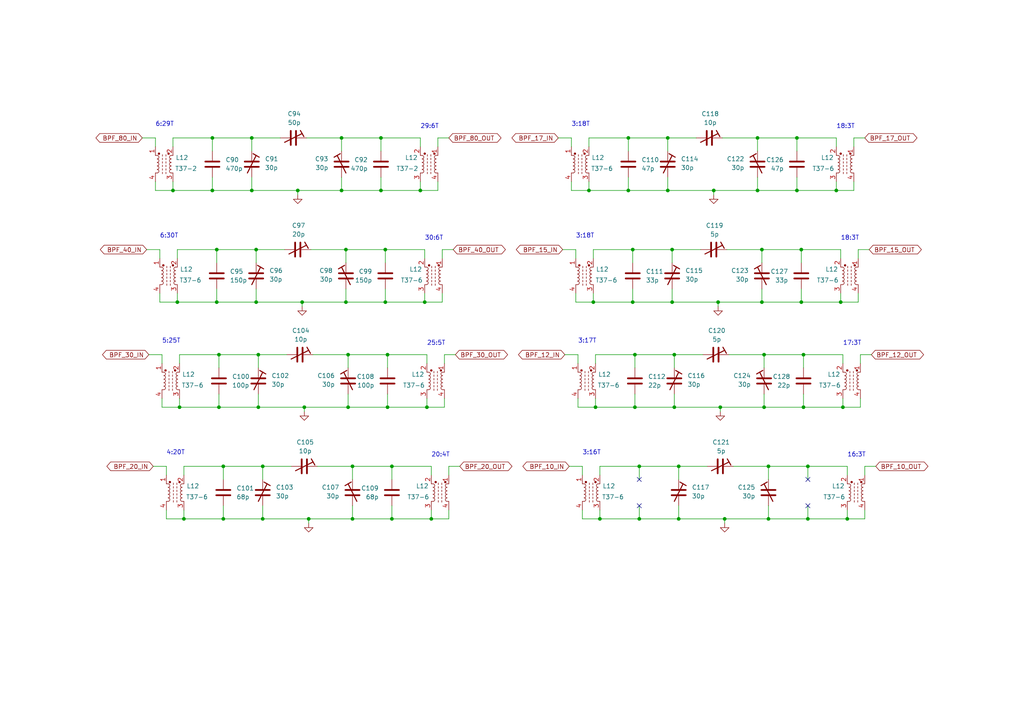
<source format=kicad_sch>
(kicad_sch (version 20230121) (generator eeschema)
  (paper "A4")
  (lib_symbols
    (symbol "Device:C" (pin_numbers hide) (pin_names (offset 0.254))
      (property "Reference" "C" (at 0.635 2.54 0))
      (property "Value" "C" (at 0.635 -2.54 0))
      (symbol "C_0_1"
        (polyline (pts (xy -2.032 -0.762) (xy 2.032 -0.762)) (stroke (width 0.508)))
        (polyline (pts (xy -2.032 0.762) (xy 2.032 0.762)) (stroke (width 0.508)))
      )
      (symbol "C_1_1"
        (pin passive line (at 0 3.81 270) (length 2.794) (name "~") (number "1"))
        (pin passive line (at 0 -3.81 90) (length 2.794) (name "~") (number "2"))
      )
    )
    (symbol "Device:C_Trim" (pin_numbers hide) (pin_names (offset 0.254) hide)
      (property "Reference" "C" (at 1.524 -2.032 0))
      (property "Value" "C_Trim" (at 3.048 -3.556 0))
      (symbol "C_Trim_0_1"
        (polyline (pts (xy -2.032 -0.762) (xy 2.032 -0.762)) (stroke (width 0.508)))
        (polyline (pts (xy -2.032 0.762) (xy 2.032 0.762)) (stroke (width 0.508)))
        (polyline (pts (xy 1.27 2.54) (xy -1.27 -2.54)) (stroke (width 0.3048)))
        (polyline (pts (xy 1.27 2.54) (xy 0.381 3.048)) (stroke (width 0.3048)))
        (polyline (pts (xy 1.27 2.54) (xy 2.159 2.032)) (stroke (width 0.3048)))
      )
      (symbol "C_Trim_1_1"
        (pin passive line (at 0 3.81 270) (length 3.048) (name "~") (number "1"))
        (pin passive line (at 0 -3.81 90) (length 3.048) (name "~") (number "2"))
      )
    )
    (symbol "Device:L_Ferrite_Coupled_1423" (pin_names (offset 0.254) hide)
      (property "Reference" "L" (at 0 4.445 0))
      (property "Value" "L_Ferrite_Coupled_1423" (at 0 -4.445 0))
      (symbol "L_Ferrite_Coupled_1423_0_1"
        (circle (center -3.048 -1.27) (radius 0.254) (fill (type outline)))
        (circle (center -3.048 1.524) (radius 0.254) (fill (type outline)))
        (arc (start -2.54 2.032) (mid -2.032 1.5262) (end -1.524 2.032))
        (arc (start -1.524 -2.032) (mid -2.032 -1.5262) (end -2.54 -2.032))
        (arc (start -1.524 2.032) (mid -1.016 1.5262) (end -0.508 2.032))
        (arc (start -0.508 -2.032) (mid -1.016 -1.5262) (end -1.524 -2.032))
        (arc (start -0.508 2.032) (mid 0 1.5262) (end 0.508 2.032))
        (polyline (pts (xy -2.794 -0.508) (xy -2.286 -0.508)))
        (polyline (pts (xy -2.794 0.508) (xy -2.286 0.508)))
        (polyline (pts (xy -2.54 -2.032) (xy -2.54 -2.54)))
        (polyline (pts (xy -2.54 2.032) (xy -2.54 2.54)))
        (polyline (pts (xy -1.778 -0.508) (xy -1.27 -0.508)))
        (polyline (pts (xy -1.778 0.508) (xy -1.27 0.508)))
        (polyline (pts (xy -0.762 -0.508) (xy -0.254 -0.508)))
        (polyline (pts (xy -0.762 0.508) (xy -0.254 0.508)))
        (polyline (pts (xy 0.254 -0.508) (xy 0.762 -0.508)))
        (polyline (pts (xy 0.254 0.508) (xy 0.762 0.508)))
        (polyline (pts (xy 1.27 -0.508) (xy 1.778 -0.508)))
        (polyline (pts (xy 1.27 0.508) (xy 1.778 0.508)))
        (polyline (pts (xy 2.286 -0.508) (xy 2.794 -0.508)))
        (polyline (pts (xy 2.286 0.508) (xy 2.794 0.508)))
        (polyline (pts (xy 2.54 -2.032) (xy 2.54 -2.54)))
        (polyline (pts (xy 2.54 2.54) (xy 2.54 2.032)))
        (arc (start 0.508 -2.032) (mid 0 -1.5262) (end -0.508 -2.032))
        (arc (start 0.508 2.032) (mid 1.016 1.5262) (end 1.524 2.032))
        (arc (start 1.524 -2.032) (mid 1.016 -1.5262) (end 0.508 -2.032))
        (arc (start 1.524 2.032) (mid 2.032 1.5262) (end 2.54 2.032))
        (arc (start 2.54 -2.032) (mid 2.032 -1.5262) (end 1.524 -2.032))
      )
      (symbol "L_Ferrite_Coupled_1423_1_1"
        (pin passive line (at -5.08 2.54 0) (length 2.54) (name "1") (number "1"))
        (pin passive line (at -5.08 -2.54 0) (length 2.54) (name "2") (number "2"))
        (pin passive line (at 5.08 -2.54 180) (length 2.54) (name "3") (number "3"))
        (pin passive line (at 5.08 2.54 180) (length 2.54) (name "4") (number "4"))
      )
    )
    (symbol "power:GND" (power) (pin_names (offset 0))
      (property "Value" "GND" (at 0 -3.81 0))
      (symbol "GND_0_1"
        (polyline (pts (xy 0 0) (xy 0 -1.27) (xy 1.27 -1.27) (xy 0 -2.54) (xy -1.27 -1.27) (xy 0 -1.27)))
      )
      (symbol "GND_1_1"
        (pin power_in line (at 0 0 270) (length 0) hide (name "GND") (number "1"))
      )
    )
  )
  (junction (at 100.965 118.11))
  (junction (at 182.245 55.245))
  (junction (at 100.33 72.39))
  (junction (at 64.77 150.495))
  (junction (at 220.98 72.39))
  (junction (at 89.535 150.495))
  (junction (at 112.395 118.11))
  (junction (at 113.665 135.255))
  (junction (at 62.865 72.39))
  (junction (at 208.28 87.63))
  (junction (at 172.085 87.63))
  (junction (at 86.36 55.245))
  (junction (at 221.615 102.87))
  (junction (at 51.435 87.63))
  (junction (at 74.295 87.63))
  (junction (at 222.885 150.495))
  (junction (at 195.58 102.87))
  (junction (at 234.315 135.255))
  (junction (at 243.84 87.63))
  (junction (at 233.045 118.11))
  (junction (at 222.885 135.255))
  (junction (at 112.395 102.87))
  (junction (at 219.71 40.005))
  (junction (at 185.42 150.495))
  (junction (at 100.33 87.63))
  (junction (at 182.245 40.005))
  (junction (at 208.915 118.11))
  (junction (at 244.475 118.11))
  (junction (at 231.14 40.005))
  (junction (at 88.265 118.11))
  (junction (at 74.295 72.39))
  (junction (at 125.095 150.495))
  (junction (at 193.675 55.245))
  (junction (at 194.945 72.39))
  (junction (at 221.615 118.11))
  (junction (at 231.14 55.245))
  (junction (at 234.315 150.495))
  (junction (at 53.34 150.495))
  (junction (at 87.63 87.63))
  (junction (at 76.2 135.255))
  (junction (at 193.675 40.005))
  (junction (at 196.85 150.495))
  (junction (at 64.77 135.255))
  (junction (at 62.865 87.63))
  (junction (at 242.57 55.245))
  (junction (at 233.045 102.87))
  (junction (at 113.665 150.495))
  (junction (at 73.025 40.005))
  (junction (at 121.92 55.245))
  (junction (at 172.72 118.11))
  (junction (at 61.595 55.245))
  (junction (at 52.07 118.11))
  (junction (at 183.515 87.63))
  (junction (at 184.15 118.11))
  (junction (at 76.2 150.495))
  (junction (at 74.93 102.87))
  (junction (at 110.49 40.005))
  (junction (at 194.945 87.63))
  (junction (at 173.99 150.495))
  (junction (at 61.595 40.005))
  (junction (at 195.58 118.11))
  (junction (at 196.85 135.255))
  (junction (at 207.01 55.245))
  (junction (at 102.235 135.255))
  (junction (at 232.41 87.63))
  (junction (at 74.93 118.11))
  (junction (at 63.5 102.87))
  (junction (at 73.025 55.245))
  (junction (at 184.15 102.87))
  (junction (at 50.165 55.245))
  (junction (at 100.965 102.87))
  (junction (at 170.815 55.245))
  (junction (at 111.76 72.39))
  (junction (at 110.49 55.245))
  (junction (at 99.06 40.005))
  (junction (at 210.185 150.495))
  (junction (at 123.825 118.11))
  (junction (at 111.76 87.63))
  (junction (at 123.19 87.63))
  (junction (at 102.235 150.495))
  (junction (at 183.515 72.39))
  (junction (at 185.42 135.255))
  (junction (at 63.5 118.11))
  (junction (at 220.98 87.63))
  (junction (at 245.745 150.495))
  (junction (at 219.71 55.245))
  (junction (at 232.41 72.39))
  (junction (at 99.06 55.245))
  (no_connect (at 234.315 139.065))
  (no_connect (at 185.42 139.065))
  (no_connect (at 185.42 146.685))
  (no_connect (at 234.315 146.685))
  (wire (pts (xy 183.515 83.82) (xy 183.515 87.63)))
  (wire (pts (xy 64.77 146.685) (xy 64.77 150.495)))
  (wire (pts (xy 53.34 135.255) (xy 64.77 135.255)))
  (wire (pts (xy 233.045 114.3) (xy 233.045 118.11)))
  (wire (pts (xy 99.06 40.005) (xy 99.06 43.815)))
  (wire (pts (xy 121.92 40.005) (xy 121.92 42.545)))
  (wire (pts (xy 127 42.545) (xy 127 40.005)))
  (wire (pts (xy 220.98 83.82) (xy 220.98 87.63)))
  (wire (pts (xy 222.885 150.495) (xy 234.315 150.495)))
  (wire (pts (xy 161.925 40.005) (xy 165.735 40.005)))
  (wire (pts (xy 210.82 72.39) (xy 220.98 72.39)))
  (wire (pts (xy 183.515 87.63) (xy 194.945 87.63)))
  (wire (pts (xy 219.71 51.435) (xy 219.71 55.245)))
  (wire (pts (xy 220.98 72.39) (xy 220.98 76.2)))
  (wire (pts (xy 51.435 87.63) (xy 62.865 87.63)))
  (wire (pts (xy 73.025 51.435) (xy 73.025 55.245)))
  (wire (pts (xy 250.825 137.795) (xy 250.825 135.255)))
  (wire (pts (xy 46.99 102.87) (xy 46.99 105.41)))
  (wire (pts (xy 46.355 87.63) (xy 46.355 85.09)))
  (wire (pts (xy 234.315 146.685) (xy 234.315 150.495)))
  (wire (pts (xy 48.26 135.255) (xy 48.26 137.795)))
  (wire (pts (xy 195.58 102.87) (xy 203.835 102.87)))
  (wire (pts (xy 50.165 55.245) (xy 45.085 55.245)))
  (wire (pts (xy 165.735 55.245) (xy 165.735 52.705)))
  (wire (pts (xy 50.165 40.005) (xy 61.595 40.005)))
  (wire (pts (xy 128.905 105.41) (xy 128.905 102.87)))
  (wire (pts (xy 168.91 135.255) (xy 168.91 137.795)))
  (wire (pts (xy 41.275 40.005) (xy 45.085 40.005)))
  (wire (pts (xy 74.93 102.87) (xy 83.185 102.87)))
  (wire (pts (xy 61.595 51.435) (xy 61.595 55.245)))
  (wire (pts (xy 207.01 55.245) (xy 207.01 56.515)))
  (wire (pts (xy 196.85 150.495) (xy 210.185 150.495)))
  (wire (pts (xy 110.49 40.005) (xy 110.49 43.815)))
  (wire (pts (xy 247.65 42.545) (xy 247.65 40.005)))
  (wire (pts (xy 232.41 87.63) (xy 243.84 87.63)))
  (wire (pts (xy 249.555 105.41) (xy 249.555 102.87)))
  (wire (pts (xy 44.45 135.255) (xy 48.26 135.255)))
  (wire (pts (xy 63.5 102.87) (xy 74.93 102.87)))
  (wire (pts (xy 102.235 135.255) (xy 102.235 139.065)))
  (wire (pts (xy 46.355 72.39) (xy 46.355 74.93)))
  (wire (pts (xy 245.745 150.495) (xy 250.825 150.495)))
  (wire (pts (xy 121.92 55.245) (xy 127 55.245)))
  (wire (pts (xy 195.58 102.87) (xy 195.58 106.68)))
  (wire (pts (xy 62.865 72.39) (xy 62.865 76.2)))
  (wire (pts (xy 194.945 72.39) (xy 194.945 76.2)))
  (wire (pts (xy 52.07 105.41) (xy 52.07 102.87)))
  (wire (pts (xy 123.19 72.39) (xy 123.19 74.93)))
  (wire (pts (xy 172.72 105.41) (xy 172.72 102.87)))
  (wire (pts (xy 183.515 72.39) (xy 183.515 76.2)))
  (wire (pts (xy 125.095 150.495) (xy 130.175 150.495)))
  (wire (pts (xy 87.63 87.63) (xy 87.63 88.9)))
  (wire (pts (xy 111.76 72.39) (xy 111.76 76.2)))
  (wire (pts (xy 125.095 135.255) (xy 125.095 137.795)))
  (wire (pts (xy 208.915 118.11) (xy 221.615 118.11)))
  (wire (pts (xy 163.195 72.39) (xy 167.005 72.39)))
  (wire (pts (xy 220.98 72.39) (xy 232.41 72.39)))
  (wire (pts (xy 63.5 102.87) (xy 63.5 106.68)))
  (wire (pts (xy 112.395 118.11) (xy 123.825 118.11)))
  (wire (pts (xy 210.185 150.495) (xy 222.885 150.495)))
  (wire (pts (xy 88.9 40.005) (xy 99.06 40.005)))
  (wire (pts (xy 244.475 118.11) (xy 244.475 115.57)))
  (wire (pts (xy 184.15 102.87) (xy 195.58 102.87)))
  (wire (pts (xy 43.18 102.87) (xy 46.99 102.87)))
  (wire (pts (xy 53.34 150.495) (xy 48.26 150.495)))
  (wire (pts (xy 52.07 102.87) (xy 63.5 102.87)))
  (wire (pts (xy 242.57 40.005) (xy 242.57 42.545)))
  (wire (pts (xy 62.865 87.63) (xy 74.295 87.63)))
  (wire (pts (xy 62.865 83.82) (xy 62.865 87.63)))
  (wire (pts (xy 243.84 87.63) (xy 243.84 85.09)))
  (wire (pts (xy 220.98 87.63) (xy 232.41 87.63)))
  (wire (pts (xy 128.905 118.11) (xy 128.905 115.57)))
  (wire (pts (xy 62.865 72.39) (xy 74.295 72.39)))
  (wire (pts (xy 123.825 102.87) (xy 123.825 105.41)))
  (wire (pts (xy 250.825 150.495) (xy 250.825 147.955)))
  (wire (pts (xy 172.085 85.09) (xy 172.085 87.63)))
  (wire (pts (xy 233.045 118.11) (xy 244.475 118.11)))
  (wire (pts (xy 193.675 40.005) (xy 193.675 43.815)))
  (wire (pts (xy 208.28 87.63) (xy 220.98 87.63)))
  (wire (pts (xy 51.435 74.93) (xy 51.435 72.39)))
  (wire (pts (xy 113.665 150.495) (xy 125.095 150.495)))
  (wire (pts (xy 123.19 87.63) (xy 123.19 85.09)))
  (wire (pts (xy 231.14 40.005) (xy 231.14 43.815)))
  (wire (pts (xy 74.295 72.39) (xy 82.55 72.39)))
  (wire (pts (xy 50.165 55.245) (xy 61.595 55.245)))
  (wire (pts (xy 185.42 146.685) (xy 185.42 150.495)))
  (wire (pts (xy 74.93 118.11) (xy 88.265 118.11)))
  (wire (pts (xy 42.545 72.39) (xy 46.355 72.39)))
  (wire (pts (xy 182.245 51.435) (xy 182.245 55.245)))
  (wire (pts (xy 196.85 146.685) (xy 196.85 150.495)))
  (wire (pts (xy 89.535 150.495) (xy 89.535 151.765)))
  (wire (pts (xy 172.085 72.39) (xy 183.515 72.39)))
  (wire (pts (xy 193.675 51.435) (xy 193.675 55.245)))
  (wire (pts (xy 76.2 135.255) (xy 84.455 135.255)))
  (wire (pts (xy 87.63 87.63) (xy 100.33 87.63)))
  (wire (pts (xy 219.71 40.005) (xy 231.14 40.005)))
  (wire (pts (xy 121.92 55.245) (xy 121.92 52.705)))
  (wire (pts (xy 247.65 40.005) (xy 250.825 40.005)))
  (wire (pts (xy 51.435 72.39) (xy 62.865 72.39)))
  (wire (pts (xy 233.045 102.87) (xy 233.045 106.68)))
  (wire (pts (xy 234.315 135.255) (xy 245.745 135.255)))
  (wire (pts (xy 184.15 102.87) (xy 184.15 106.68)))
  (wire (pts (xy 167.005 87.63) (xy 167.005 85.09)))
  (wire (pts (xy 242.57 55.245) (xy 247.65 55.245)))
  (wire (pts (xy 52.07 118.11) (xy 46.99 118.11)))
  (wire (pts (xy 86.36 55.245) (xy 99.06 55.245)))
  (wire (pts (xy 61.595 55.245) (xy 73.025 55.245)))
  (wire (pts (xy 232.41 72.39) (xy 232.41 76.2)))
  (wire (pts (xy 185.42 135.255) (xy 185.42 139.065)))
  (wire (pts (xy 221.615 102.87) (xy 221.615 106.68)))
  (wire (pts (xy 184.15 118.11) (xy 195.58 118.11)))
  (wire (pts (xy 194.945 87.63) (xy 208.28 87.63)))
  (wire (pts (xy 249.555 118.11) (xy 249.555 115.57)))
  (wire (pts (xy 100.33 72.39) (xy 100.33 76.2)))
  (wire (pts (xy 100.33 83.82) (xy 100.33 87.63)))
  (wire (pts (xy 167.005 72.39) (xy 167.005 74.93)))
  (wire (pts (xy 53.34 137.795) (xy 53.34 135.255)))
  (wire (pts (xy 127 40.005) (xy 130.175 40.005)))
  (wire (pts (xy 100.33 87.63) (xy 111.76 87.63)))
  (wire (pts (xy 172.72 115.57) (xy 172.72 118.11)))
  (wire (pts (xy 74.295 72.39) (xy 74.295 76.2)))
  (wire (pts (xy 221.615 114.3) (xy 221.615 118.11)))
  (wire (pts (xy 212.725 135.255) (xy 222.885 135.255)))
  (wire (pts (xy 243.84 87.63) (xy 248.92 87.63)))
  (wire (pts (xy 185.42 135.255) (xy 196.85 135.255)))
  (wire (pts (xy 182.245 40.005) (xy 182.245 43.815)))
  (wire (pts (xy 88.265 118.11) (xy 88.265 119.38)))
  (wire (pts (xy 232.41 72.39) (xy 243.84 72.39)))
  (wire (pts (xy 195.58 114.3) (xy 195.58 118.11)))
  (wire (pts (xy 130.175 135.255) (xy 133.35 135.255)))
  (wire (pts (xy 243.84 72.39) (xy 243.84 74.93)))
  (wire (pts (xy 51.435 87.63) (xy 46.355 87.63)))
  (wire (pts (xy 248.92 72.39) (xy 252.095 72.39)))
  (wire (pts (xy 172.72 118.11) (xy 167.64 118.11)))
  (wire (pts (xy 234.315 150.495) (xy 245.745 150.495)))
  (wire (pts (xy 99.06 40.005) (xy 110.49 40.005)))
  (wire (pts (xy 173.99 150.495) (xy 185.42 150.495)))
  (wire (pts (xy 194.945 72.39) (xy 203.2 72.39)))
  (wire (pts (xy 242.57 55.245) (xy 242.57 52.705)))
  (wire (pts (xy 208.915 118.11) (xy 208.915 119.38)))
  (wire (pts (xy 112.395 114.3) (xy 112.395 118.11)))
  (wire (pts (xy 74.93 114.3) (xy 74.93 118.11)))
  (wire (pts (xy 163.83 102.87) (xy 167.64 102.87)))
  (wire (pts (xy 100.965 114.3) (xy 100.965 118.11)))
  (wire (pts (xy 73.025 40.005) (xy 73.025 43.815)))
  (wire (pts (xy 231.14 51.435) (xy 231.14 55.245)))
  (wire (pts (xy 250.825 135.255) (xy 254 135.255)))
  (wire (pts (xy 128.905 102.87) (xy 132.08 102.87)))
  (wire (pts (xy 90.805 102.87) (xy 100.965 102.87)))
  (wire (pts (xy 123.19 87.63) (xy 128.27 87.63)))
  (wire (pts (xy 244.475 118.11) (xy 249.555 118.11)))
  (wire (pts (xy 128.27 87.63) (xy 128.27 85.09)))
  (wire (pts (xy 113.665 135.255) (xy 125.095 135.255)))
  (wire (pts (xy 219.71 55.245) (xy 231.14 55.245)))
  (wire (pts (xy 52.07 115.57) (xy 52.07 118.11)))
  (wire (pts (xy 100.965 102.87) (xy 112.395 102.87)))
  (wire (pts (xy 61.595 40.005) (xy 61.595 43.815)))
  (wire (pts (xy 110.49 40.005) (xy 121.92 40.005)))
  (wire (pts (xy 50.165 52.705) (xy 50.165 55.245)))
  (wire (pts (xy 89.535 150.495) (xy 102.235 150.495)))
  (wire (pts (xy 231.14 55.245) (xy 242.57 55.245)))
  (wire (pts (xy 221.615 102.87) (xy 233.045 102.87)))
  (wire (pts (xy 209.55 40.005) (xy 219.71 40.005)))
  (wire (pts (xy 222.885 135.255) (xy 222.885 139.065)))
  (wire (pts (xy 113.665 135.255) (xy 113.665 139.065)))
  (wire (pts (xy 245.745 150.495) (xy 245.745 147.955)))
  (wire (pts (xy 73.025 55.245) (xy 86.36 55.245)))
  (wire (pts (xy 110.49 55.245) (xy 121.92 55.245)))
  (wire (pts (xy 170.815 42.545) (xy 170.815 40.005)))
  (wire (pts (xy 64.77 150.495) (xy 76.2 150.495)))
  (wire (pts (xy 64.77 135.255) (xy 76.2 135.255)))
  (wire (pts (xy 193.675 55.245) (xy 207.01 55.245)))
  (wire (pts (xy 182.245 55.245) (xy 193.675 55.245)))
  (wire (pts (xy 102.235 150.495) (xy 113.665 150.495)))
  (wire (pts (xy 219.71 40.005) (xy 219.71 43.815)))
  (wire (pts (xy 173.99 147.955) (xy 173.99 150.495)))
  (wire (pts (xy 231.14 40.005) (xy 242.57 40.005)))
  (wire (pts (xy 128.27 74.93) (xy 128.27 72.39)))
  (wire (pts (xy 170.815 52.705) (xy 170.815 55.245)))
  (wire (pts (xy 63.5 118.11) (xy 74.93 118.11)))
  (wire (pts (xy 208.28 87.63) (xy 208.28 88.9)))
  (wire (pts (xy 211.455 102.87) (xy 221.615 102.87)))
  (wire (pts (xy 86.36 55.245) (xy 86.36 56.515)))
  (wire (pts (xy 123.825 118.11) (xy 123.825 115.57)))
  (wire (pts (xy 127 55.245) (xy 127 52.705)))
  (wire (pts (xy 51.435 85.09) (xy 51.435 87.63)))
  (wire (pts (xy 99.06 51.435) (xy 99.06 55.245)))
  (wire (pts (xy 183.515 72.39) (xy 194.945 72.39)))
  (wire (pts (xy 170.815 40.005) (xy 182.245 40.005)))
  (wire (pts (xy 76.2 135.255) (xy 76.2 139.065)))
  (wire (pts (xy 170.815 55.245) (xy 165.735 55.245)))
  (wire (pts (xy 248.92 74.93) (xy 248.92 72.39)))
  (wire (pts (xy 112.395 102.87) (xy 123.825 102.87)))
  (wire (pts (xy 53.34 147.955) (xy 53.34 150.495)))
  (wire (pts (xy 195.58 118.11) (xy 208.915 118.11)))
  (wire (pts (xy 168.91 150.495) (xy 168.91 147.955)))
  (wire (pts (xy 64.77 135.255) (xy 64.77 139.065)))
  (wire (pts (xy 222.885 135.255) (xy 234.315 135.255)))
  (wire (pts (xy 111.76 72.39) (xy 123.19 72.39)))
  (wire (pts (xy 50.165 42.545) (xy 50.165 40.005)))
  (wire (pts (xy 165.735 40.005) (xy 165.735 42.545)))
  (wire (pts (xy 173.99 150.495) (xy 168.91 150.495)))
  (wire (pts (xy 45.085 40.005) (xy 45.085 42.545)))
  (wire (pts (xy 193.675 40.005) (xy 201.93 40.005)))
  (wire (pts (xy 90.17 72.39) (xy 100.33 72.39)))
  (wire (pts (xy 100.965 102.87) (xy 100.965 106.68)))
  (wire (pts (xy 100.965 118.11) (xy 112.395 118.11)))
  (wire (pts (xy 248.92 87.63) (xy 248.92 85.09)))
  (wire (pts (xy 74.93 102.87) (xy 74.93 106.68)))
  (wire (pts (xy 173.99 135.255) (xy 185.42 135.255)))
  (wire (pts (xy 111.76 87.63) (xy 123.19 87.63)))
  (wire (pts (xy 247.65 55.245) (xy 247.65 52.705)))
  (wire (pts (xy 125.095 150.495) (xy 125.095 147.955)))
  (wire (pts (xy 102.235 135.255) (xy 113.665 135.255)))
  (wire (pts (xy 100.33 72.39) (xy 111.76 72.39)))
  (wire (pts (xy 182.245 40.005) (xy 193.675 40.005)))
  (wire (pts (xy 92.075 135.255) (xy 102.235 135.255)))
  (wire (pts (xy 76.2 150.495) (xy 89.535 150.495)))
  (wire (pts (xy 207.01 55.245) (xy 219.71 55.245)))
  (wire (pts (xy 185.42 150.495) (xy 196.85 150.495)))
  (wire (pts (xy 221.615 118.11) (xy 233.045 118.11)))
  (wire (pts (xy 128.27 72.39) (xy 131.445 72.39)))
  (wire (pts (xy 102.235 146.685) (xy 102.235 150.495)))
  (wire (pts (xy 123.825 118.11) (xy 128.905 118.11)))
  (wire (pts (xy 196.85 135.255) (xy 205.105 135.255)))
  (wire (pts (xy 74.295 83.82) (xy 74.295 87.63)))
  (wire (pts (xy 172.72 118.11) (xy 184.15 118.11)))
  (wire (pts (xy 46.99 118.11) (xy 46.99 115.57)))
  (wire (pts (xy 172.085 87.63) (xy 183.515 87.63)))
  (wire (pts (xy 52.07 118.11) (xy 63.5 118.11)))
  (wire (pts (xy 167.64 118.11) (xy 167.64 115.57)))
  (wire (pts (xy 232.41 83.82) (xy 232.41 87.63)))
  (wire (pts (xy 130.175 137.795) (xy 130.175 135.255)))
  (wire (pts (xy 63.5 114.3) (xy 63.5 118.11)))
  (wire (pts (xy 99.06 55.245) (xy 110.49 55.245)))
  (wire (pts (xy 110.49 51.435) (xy 110.49 55.245)))
  (wire (pts (xy 113.665 146.685) (xy 113.665 150.495)))
  (wire (pts (xy 173.99 137.795) (xy 173.99 135.255)))
  (wire (pts (xy 170.815 55.245) (xy 182.245 55.245)))
  (wire (pts (xy 88.265 118.11) (xy 100.965 118.11)))
  (wire (pts (xy 245.745 135.255) (xy 245.745 137.795)))
  (wire (pts (xy 244.475 102.87) (xy 244.475 105.41)))
  (wire (pts (xy 172.085 74.93) (xy 172.085 72.39)))
  (wire (pts (xy 234.315 135.255) (xy 234.315 139.065)))
  (wire (pts (xy 172.72 102.87) (xy 184.15 102.87)))
  (wire (pts (xy 111.76 83.82) (xy 111.76 87.63)))
  (wire (pts (xy 184.15 114.3) (xy 184.15 118.11)))
  (wire (pts (xy 112.395 102.87) (xy 112.395 106.68)))
  (wire (pts (xy 74.295 87.63) (xy 87.63 87.63)))
  (wire (pts (xy 233.045 102.87) (xy 244.475 102.87)))
  (wire (pts (xy 194.945 83.82) (xy 194.945 87.63)))
  (wire (pts (xy 61.595 40.005) (xy 73.025 40.005)))
  (wire (pts (xy 73.025 40.005) (xy 81.28 40.005)))
  (wire (pts (xy 249.555 102.87) (xy 252.73 102.87)))
  (wire (pts (xy 167.64 102.87) (xy 167.64 105.41)))
  (wire (pts (xy 45.085 55.245) (xy 45.085 52.705)))
  (wire (pts (xy 53.34 150.495) (xy 64.77 150.495)))
  (wire (pts (xy 172.085 87.63) (xy 167.005 87.63)))
  (wire (pts (xy 210.185 150.495) (xy 210.185 151.765)))
  (wire (pts (xy 165.1 135.255) (xy 168.91 135.255)))
  (wire (pts (xy 222.885 146.685) (xy 222.885 150.495)))
  (wire (pts (xy 76.2 146.685) (xy 76.2 150.495)))
  (wire (pts (xy 48.26 150.495) (xy 48.26 147.955)))
  (wire (pts (xy 196.85 135.255) (xy 196.85 139.065)))
  (wire (pts (xy 130.175 150.495) (xy 130.175 147.955)))
  (text "18:3T" (at 243.84 69.85 0) (effects (font (size 1.27 1.27)) (justify left bottom)))
  (text "3:18T" (at 167.005 69.215 0) (effects (font (size 1.27 1.27)) (justify left bottom)))
  (text "6:29T" (at 45.085 36.83 0) (effects (font (size 1.27 1.27)) (justify left bottom)))
  (text "5:25T" (at 46.99 99.695 0) (effects (font (size 1.27 1.27)) (justify left bottom)))
  (text "3:16T" (at 168.91 132.08 0) (effects (font (size 1.27 1.27)) (justify left bottom)))
  (text "4:20T" (at 48.26 132.08 0) (effects (font (size 1.27 1.27)) (justify left bottom)))
  (text "29:6T" (at 121.92 37.465 0) (effects (font (size 1.27 1.27)) (justify left bottom)))
  (text "16:3T" (at 245.745 132.715 0) (effects (font (size 1.27 1.27)) (justify left bottom)))
  (text "20:4T" (at 125.095 132.715 0) (effects (font (size 1.27 1.27)) (justify left bottom)))
  (text "3:18T" (at 165.735 36.83 0) (effects (font (size 1.27 1.27)) (justify left bottom)))
  (text "6:30T" (at 46.355 69.215 0) (effects (font (size 1.27 1.27)) (justify left bottom)))
  (text "30:6T" (at 123.19 69.85 0) (effects (font (size 1.27 1.27)) (justify left bottom)))
  (text "18:3T" (at 242.57 37.465 0) (effects (font (size 1.27 1.27)) (justify left bottom)))
  (text "17:3T" (at 244.475 100.33 0) (effects (font (size 1.27 1.27)) (justify left bottom)))
  (text "3:17T" (at 167.64 99.695 0) (effects (font (size 1.27 1.27)) (justify left bottom)))
  (text "25:5T" (at 123.825 100.33 0) (effects (font (size 1.27 1.27)) (justify left bottom)))
  (global_label "BPF_20_OUT" (shape bidirectional) (at 133.35 135.255 0) (property "Intersheetrefs" "${INTERSHEET_REFS}" (effects hide)))
  (global_label "BPF_12_IN" (shape bidirectional) (at 163.83 102.87 180) (property "Intersheetrefs" "${INTERSHEET_REFS}" (effects hide)))
  (global_label "BPF_30_IN" (shape bidirectional) (at 43.18 102.87 180) (property "Intersheetrefs" "${INTERSHEET_REFS}" (effects hide)))
  (global_label "BPF_15_IN" (shape bidirectional) (at 163.195 72.39 180) (property "Intersheetrefs" "${INTERSHEET_REFS}" (effects hide)))
  (global_label "BPF_15_OUT" (shape bidirectional) (at 252.095 72.39 0) (property "Intersheetrefs" "${INTERSHEET_REFS}" (effects hide)))
  (global_label "BPF_20_IN" (shape bidirectional) (at 44.45 135.255 180) (property "Intersheetrefs" "${INTERSHEET_REFS}" (effects hide)))
  (global_label "BPF_10_OUT" (shape bidirectional) (at 254 135.255 0) (property "Intersheetrefs" "${INTERSHEET_REFS}" (effects hide)))
  (global_label "BPF_10_IN" (shape bidirectional) (at 165.1 135.255 180) (property "Intersheetrefs" "${INTERSHEET_REFS}" (effects hide)))
  (global_label "BPF_80_IN" (shape bidirectional) (at 41.275 40.005 180) (property "Intersheetrefs" "${INTERSHEET_REFS}" (effects hide)))
  (global_label "BPF_17_IN" (shape bidirectional) (at 161.925 40.005 180) (property "Intersheetrefs" "${INTERSHEET_REFS}" (effects hide)))
  (global_label "BPF_12_OUT" (shape bidirectional) (at 252.73 102.87 0) (property "Intersheetrefs" "${INTERSHEET_REFS}" (effects hide)))
  (global_label "BPF_40_OUT" (shape bidirectional) (at 131.445 72.39 0) (property "Intersheetrefs" "${INTERSHEET_REFS}" (effects hide)))
  (global_label "BPF_40_IN" (shape bidirectional) (at 42.545 72.39 180) (property "Intersheetrefs" "${INTERSHEET_REFS}" (effects hide)))
  (global_label "BPF_17_OUT" (shape bidirectional) (at 250.825 40.005 0) (property "Intersheetrefs" "${INTERSHEET_REFS}" (effects hide)))
  (global_label "BPF_30_OUT" (shape bidirectional) (at 132.08 102.87 0) (property "Intersheetrefs" "${INTERSHEET_REFS}" (effects hide)))
  (global_label "BPF_80_OUT" (shape bidirectional) (at 130.175 40.005 0) (property "Intersheetrefs" "${INTERSHEET_REFS}" (effects hide)))
  (symbol (lib_id "Device:L_Ferrite_Coupled_1423") (at 245.11 47.625 270) (unit 1)
    (property "Reference" "L12" (at 238.125 45.72 90) (effects (justify left)))
    (property "Value" "T37-6" (at 235.585 48.895 90) (effects (justify left)))
    (instances (project "hbr-mk2" (path "" (reference "L12") (unit 1)) (path "" (reference "L14") (unit 1)) (path "" (reference "L16") (unit 1)) (path "" (reference "L28") (unit 1))))
  )
  (symbol (lib_id "Device:C_Trim") (at 100.33 80.01 0) (mirror y) (unit 1)
    (property "Reference" "C98" (at 96.52 78.486 0) (effects (justify left)))
    (property "Value" "30p" (at 96.52 81.026 0) (effects (justify left)))
  )
  (symbol (lib_id "Device:L_Ferrite_Coupled_1423") (at 247.015 110.49 270) (unit 1)
    (property "Reference" "L12" (at 240.03 108.585 90) (effects (justify left)))
    (property "Value" "T37-6" (at 237.49 111.76 90) (effects (justify left)))
    (instances (project "hbr-mk2" (path "" (reference "L12") (unit 1)) (path "" (reference "L14") (unit 1)) (path "" (reference "L16") (unit 1)) (path "" (reference "L30") (unit 1))))
  )
  (symbol (lib_id "Device:C") (at 110.49 47.625 0) (mirror y) (unit 1)
    (property "Reference" "C92" (at 106.68 46.355 0) (effects (justify left)))
    (property "Value" "470p" (at 106.68 48.895 0) (effects (justify left)))
  )
  (symbol (lib_id "Device:C") (at 63.5 110.49 0) (unit 1)
    (property "Reference" "C100" (at 67.31 109.22 0) (effects (justify left)))
    (property "Value" "100p" (at 67.31 111.76 0) (effects (justify left)))
  )
  (symbol (lib_id "Device:C") (at 183.515 80.01 0) (unit 1)
    (property "Reference" "C111" (at 187.325 78.74 0) (effects (justify left)))
    (property "Value" "33p" (at 187.325 81.28 0) (effects (justify left)))
  )
  (symbol (lib_id "Device:C_Trim") (at 222.885 142.875 0) (mirror y) (unit 1)
    (property "Reference" "C125" (at 219.075 141.351 0) (effects (justify left)))
    (property "Value" "30p" (at 219.075 143.891 0) (effects (justify left)))
  )
  (symbol (lib_id "Device:L_Ferrite_Coupled_1423") (at 124.46 47.625 270) (unit 1)
    (property "Reference" "L12" (at 117.475 45.72 90) (effects (justify left)))
    (property "Value" "T37-2" (at 114.935 48.895 90) (effects (justify left)))
    (instances (project "hbr-mk2" (path "" (reference "L12") (unit 1)) (path "" (reference "L14") (unit 1)) (path "" (reference "L16") (unit 1)) (path "" (reference "L17") (unit 1))))
  )
  (symbol (lib_id "power:GND") (at 89.535 151.765 0) (unit 1)
    (property "Reference" "#PWR0203" (effects hide))
    (property "Value" "GND" (effects hide))
  )
  (symbol (lib_id "Device:C_Trim") (at 74.295 80.01 0) (unit 1)
    (property "Reference" "C96" (at 78.105 78.486 0) (effects (justify left)))
    (property "Value" "30p" (at 78.105 81.026 0) (effects (justify left)))
  )
  (symbol (lib_id "Device:C") (at 62.865 80.01 0) (unit 1)
    (property "Reference" "C95" (at 66.675 78.74 0) (effects (justify left)))
    (property "Value" "150p" (at 66.675 81.28 0) (effects (justify left)))
  )
  (symbol (lib_id "Device:C_Trim") (at 195.58 110.49 0) (unit 1)
    (property "Reference" "C116" (at 199.39 108.966 0) (effects (justify left)))
    (property "Value" "30p" (at 199.39 111.506 0) (effects (justify left)))
  )
  (symbol (lib_id "Device:C_Trim") (at 205.74 40.005 270) (mirror x) (unit 1)
    (property "Reference" "C118" (at 205.994 33.02 90))
    (property "Value" "10p" (at 205.994 35.56 90))
  )
  (symbol (lib_id "Device:C_Trim") (at 193.675 47.625 0) (unit 1)
    (property "Reference" "C114" (at 197.485 46.101 0) (effects (justify left)))
    (property "Value" "30p" (at 197.485 48.641 0) (effects (justify left)))
  )
  (symbol (lib_id "Device:L_Ferrite_Coupled_1423") (at 170.18 110.49 90) (mirror x) (unit 1)
    (property "Reference" "L12" (at 177.165 108.585 90) (effects (justify left)))
    (property "Value" "T37-6" (at 179.705 111.76 90) (effects (justify left)))
    (instances (project "hbr-mk2" (path "" (reference "L12") (unit 1)) (path "" (reference "L14") (unit 1)) (path "" (reference "L16") (unit 1)) (path "" (reference "L26") (unit 1))))
  )
  (symbol (lib_id "Device:C_Trim") (at 207.645 102.87 270) (mirror x) (unit 1)
    (property "Reference" "C120" (at 207.899 95.885 90))
    (property "Value" "5p" (at 207.899 98.425 90))
  )
  (symbol (lib_id "Device:C_Trim") (at 86.36 72.39 270) (mirror x) (unit 1)
    (property "Reference" "C97" (at 86.614 65.405 90))
    (property "Value" "20p" (at 86.614 67.945 90))
  )
  (symbol (lib_id "power:GND") (at 208.28 88.9 0) (unit 1)
    (property "Reference" "#PWR0205" (effects hide))
    (property "Value" "GND" (effects hide))
  )
  (symbol (lib_id "Device:L_Ferrite_Coupled_1423") (at 246.38 80.01 270) (unit 1)
    (property "Reference" "L12" (at 239.395 78.105 90) (effects (justify left)))
    (property "Value" "T37-6" (at 236.855 81.28 90) (effects (justify left)))
    (instances (project "hbr-mk2" (path "" (reference "L12") (unit 1)) (path "" (reference "L14") (unit 1)) (path "" (reference "L16") (unit 1)) (path "" (reference "L29") (unit 1))))
  )
  (symbol (lib_id "power:GND") (at 207.01 56.515 0) (unit 1)
    (property "Reference" "#PWR0204" (effects hide))
    (property "Value" "GND" (effects hide))
  )
  (symbol (lib_id "Device:L_Ferrite_Coupled_1423") (at 125.73 80.01 270) (unit 1)
    (property "Reference" "L12" (at 118.745 78.105 90) (effects (justify left)))
    (property "Value" "T37-6" (at 116.205 81.28 90) (effects (justify left)))
    (instances (project "hbr-mk2" (path "" (reference "L12") (unit 1)) (path "" (reference "L14") (unit 1)) (path "" (reference "L16") (unit 1)) (path "" (reference "L19") (unit 1))))
  )
  (symbol (lib_id "Device:C_Trim") (at 76.2 142.875 0) (unit 1)
    (property "Reference" "C103" (at 80.01 141.351 0) (effects (justify left)))
    (property "Value" "30p" (at 80.01 143.891 0) (effects (justify left)))
  )
  (symbol (lib_id "Device:C") (at 61.595 47.625 0) (unit 1)
    (property "Reference" "C90" (at 65.405 46.355 0) (effects (justify left)))
    (property "Value" "470p" (at 65.405 48.895 0) (effects (justify left)))
  )
  (symbol (lib_id "Device:C_Trim") (at 99.06 47.625 0) (mirror y) (unit 1)
    (property "Reference" "C93" (at 95.25 46.101 0) (effects (justify left)))
    (property "Value" "30p" (at 95.25 48.641 0) (effects (justify left)))
  )
  (symbol (lib_id "Device:C_Trim") (at 207.01 72.39 270) (mirror x) (unit 1)
    (property "Reference" "C119" (at 207.264 65.405 90))
    (property "Value" "5p" (at 207.264 67.945 90))
  )
  (symbol (lib_id "Device:C") (at 113.665 142.875 0) (mirror y) (unit 1)
    (property "Reference" "C109" (at 109.855 141.605 0) (effects (justify left)))
    (property "Value" "68p" (at 109.855 144.145 0) (effects (justify left)))
  )
  (symbol (lib_id "Device:C") (at 182.245 47.625 0) (unit 1)
    (property "Reference" "C110" (at 186.055 46.355 0) (effects (justify left)))
    (property "Value" "47p" (at 186.055 48.895 0) (effects (justify left)))
  )
  (symbol (lib_id "Device:C") (at 231.14 47.625 0) (mirror y) (unit 1)
    (property "Reference" "C126" (at 227.33 46.355 0) (effects (justify left)))
    (property "Value" "47p" (at 227.33 48.895 0) (effects (justify left)))
  )
  (symbol (lib_id "Device:C_Trim") (at 221.615 110.49 0) (mirror y) (unit 1)
    (property "Reference" "C124" (at 217.805 108.966 0) (effects (justify left)))
    (property "Value" "30p" (at 217.805 111.506 0) (effects (justify left)))
  )
  (symbol (lib_id "Device:C") (at 233.045 110.49 0) (mirror y) (unit 1)
    (property "Reference" "C128" (at 229.235 109.22 0) (effects (justify left)))
    (property "Value" "22p" (at 229.235 111.76 0) (effects (justify left)))
  )
  (symbol (lib_id "Device:C") (at 111.76 80.01 0) (mirror y) (unit 1)
    (property "Reference" "C99" (at 107.95 78.74 0) (effects (justify left)))
    (property "Value" "150p" (at 107.95 81.28 0) (effects (justify left)))
  )
  (symbol (lib_id "power:GND") (at 87.63 88.9 0) (unit 1)
    (property "Reference" "#PWR0201" (effects hide))
    (property "Value" "GND" (effects hide))
  )
  (symbol (lib_id "Device:C_Trim") (at 196.85 142.875 0) (unit 1)
    (property "Reference" "C117" (at 200.66 141.351 0) (effects (justify left)))
    (property "Value" "30p" (at 200.66 143.891 0) (effects (justify left)))
  )
  (symbol (lib_id "Device:C_Trim") (at 219.71 47.625 0) (mirror y) (unit 1)
    (property "Reference" "C122" (at 215.9 46.101 0) (effects (justify left)))
    (property "Value" "30p" (at 215.9 48.641 0) (effects (justify left)))
  )
  (symbol (lib_id "Device:C_Trim") (at 102.235 142.875 0) (mirror y) (unit 1)
    (property "Reference" "C107" (at 98.425 141.351 0) (effects (justify left)))
    (property "Value" "30p" (at 98.425 143.891 0) (effects (justify left)))
  )
  (symbol (lib_id "Device:C_Trim") (at 100.965 110.49 0) (mirror y) (unit 1)
    (property "Reference" "C106" (at 97.155 108.966 0) (effects (justify left)))
    (property "Value" "30p" (at 97.155 111.506 0) (effects (justify left)))
  )
  (symbol (lib_id "Device:L_Ferrite_Coupled_1423") (at 171.45 142.875 90) (mirror x) (unit 1)
    (property "Reference" "L12" (at 178.435 140.97 90) (effects (justify left)))
    (property "Value" "T37-6" (at 180.975 144.145 90) (effects (justify left)))
    (instances (project "hbr-mk2" (path "" (reference "L12") (unit 1)) (path "" (reference "L14") (unit 1)) (path "" (reference "L16") (unit 1)) (path "" (reference "L27") (unit 1))))
  )
  (symbol (lib_id "Device:C_Trim") (at 73.025 47.625 0) (unit 1)
    (property "Reference" "C91" (at 76.835 46.101 0) (effects (justify left)))
    (property "Value" "30p" (at 76.835 48.641 0) (effects (justify left)))
  )
  (symbol (lib_id "Device:C") (at 64.77 142.875 0) (unit 1)
    (property "Reference" "C101" (at 68.58 141.605 0) (effects (justify left)))
    (property "Value" "68p" (at 68.58 144.145 0) (effects (justify left)))
  )
  (symbol (lib_id "power:GND") (at 86.36 56.515 0) (unit 1)
    (property "Reference" "#PWR0200" (effects hide))
    (property "Value" "GND" (effects hide))
  )
  (symbol (lib_id "Device:L_Ferrite_Coupled_1423") (at 48.895 80.01 90) (mirror x) (unit 1)
    (property "Reference" "L12" (at 55.88 78.105 90) (effects (justify left)))
    (property "Value" "T37-6" (at 58.42 81.28 90) (effects (justify left)))
    (instances (project "hbr-mk2" (path "" (reference "L12") (unit 1)) (path "" (reference "L14") (unit 1)) (path "" (reference "L16") (unit 1)) (path "" (reference "L18") (unit 1))))
  )
  (symbol (lib_id "Device:C_Trim") (at 86.995 102.87 270) (mirror x) (unit 1)
    (property "Reference" "C104" (at 87.249 95.885 90))
    (property "Value" "10p" (at 87.249 98.425 90))
  )
  (symbol (lib_id "Device:L_Ferrite_Coupled_1423") (at 127.635 142.875 270) (unit 1)
    (property "Reference" "L12" (at 120.65 140.97 90) (effects (justify left)))
    (property "Value" "T37-6" (at 118.11 144.145 90) (effects (justify left)))
    (instances (project "hbr-mk2" (path "" (reference "L12") (unit 1)) (path "" (reference "L14") (unit 1)) (path "" (reference "L16") (unit 1)) (path "" (reference "L23") (unit 1))))
  )
  (symbol (lib_id "Device:C_Trim") (at 88.265 135.255 270) (mirror x) (unit 1)
    (property "Reference" "C105" (at 88.519 128.27 90))
    (property "Value" "10p" (at 88.519 130.81 90))
  )
  (symbol (lib_id "power:GND") (at 88.265 119.38 0) (unit 1)
    (property "Reference" "#PWR0202" (effects hide))
    (property "Value" "GND" (effects hide))
  )
  (symbol (lib_id "Device:C") (at 112.395 110.49 0) (mirror y) (unit 1)
    (property "Reference" "C108" (at 108.585 109.22 0) (effects (justify left)))
    (property "Value" "100p" (at 108.585 111.76 0) (effects (justify left)))
  )
  (symbol (lib_id "Device:L_Ferrite_Coupled_1423") (at 50.8 142.875 90) (mirror x) (unit 1)
    (property "Reference" "L12" (at 57.785 140.97 90) (effects (justify left)))
    (property "Value" "T37-6" (at 60.325 144.145 90) (effects (justify left)))
    (instances (project "hbr-mk2" (path "" (reference "L12") (unit 1)) (path "" (reference "L14") (unit 1)) (path "" (reference "L16") (unit 1)) (path "" (reference "L21") (unit 1))))
  )
  (symbol (lib_id "power:GND") (at 210.185 151.765 0) (unit 1)
    (property "Reference" "#PWR0207" (effects hide))
    (property "Value" "GND" (effects hide))
  )
  (symbol (lib_id "power:GND") (at 208.915 119.38 0) (unit 1)
    (property "Reference" "#PWR0206" (effects hide))
    (property "Value" "GND" (effects hide))
  )
  (symbol (lib_id "Device:C_Trim") (at 220.98 80.01 0) (mirror y) (unit 1)
    (property "Reference" "C123" (at 217.17 78.486 0) (effects (justify left)))
    (property "Value" "30p" (at 217.17 81.026 0) (effects (justify left)))
  )
  (symbol (lib_id "Device:L_Ferrite_Coupled_1423") (at 126.365 110.49 270) (unit 1)
    (property "Reference" "L12" (at 119.38 108.585 90) (effects (justify left)))
    (property "Value" "T37-6" (at 116.84 111.76 90) (effects (justify left)))
    (instances (project "hbr-mk2" (path "" (reference "L12") (unit 1)) (path "" (reference "L14") (unit 1)) (path "" (reference "L16") (unit 1)) (path "" (reference "L22") (unit 1))))
  )
  (symbol (lib_id "Device:L_Ferrite_Coupled_1423") (at 248.285 142.875 270) (unit 1)
    (property "Reference" "L12" (at 241.3 140.97 90) (effects (justify left)))
    (property "Value" "T37-6" (at 238.76 144.145 90) (effects (justify left)))
    (instances (project "hbr-mk2" (path "" (reference "L12") (unit 1)) (path "" (reference "L14") (unit 1)) (path "" (reference "L16") (unit 1)) (path "" (reference "L31") (unit 1))))
  )
  (symbol (lib_id "Device:C_Trim") (at 85.09 40.005 270) (mirror x) (unit 1)
    (property "Reference" "C94" (at 85.344 33.02 90))
    (property "Value" "50p" (at 85.344 35.56 90))
  )
  (symbol (lib_id "Device:C") (at 232.41 80.01 0) (mirror y) (unit 1)
    (property "Reference" "C127" (at 228.6 78.74 0) (effects (justify left)))
    (property "Value" "33p" (at 228.6 81.28 0) (effects (justify left)))
  )
  (symbol (lib_id "Device:L_Ferrite_Coupled_1423") (at 169.545 80.01 90) (mirror x) (unit 1)
    (property "Reference" "L12" (at 176.53 78.105 90) (effects (justify left)))
    (property "Value" "T37-6" (at 179.07 81.28 90) (effects (justify left)))
    (instances (project "hbr-mk2" (path "" (reference "L12") (unit 1)) (path "" (reference "L14") (unit 1)) (path "" (reference "L16") (unit 1)) (path "" (reference "L25") (unit 1))))
  )
  (symbol (lib_id "Device:L_Ferrite_Coupled_1423") (at 168.275 47.625 90) (mirror x) (unit 1)
    (property "Reference" "L12" (at 175.26 45.72 90) (effects (justify left)))
    (property "Value" "T37-6" (at 177.8 48.895 90) (effects (justify left)))
    (instances (project "hbr-mk2" (path "" (reference "L12") (unit 1)) (path "" (reference "L14") (unit 1)) (path "" (reference "L16") (unit 1)) (path "" (reference "L24") (unit 1))))
  )
  (symbol (lib_id "Device:C") (at 184.15 110.49 0) (unit 1)
    (property "Reference" "C112" (at 187.96 109.22 0) (effects (justify left)))
    (property "Value" "22p" (at 187.96 111.76 0) (effects (justify left)))
  )
  (symbol (lib_id "Device:L_Ferrite_Coupled_1423") (at 49.53 110.49 90) (mirror x) (unit 1)
    (property "Reference" "L12" (at 56.515 108.585 90) (effects (justify left)))
    (property "Value" "T37-6" (at 59.055 111.76 90) (effects (justify left)))
    (instances (project "hbr-mk2" (path "" (reference "L12") (unit 1)) (path "" (reference "L14") (unit 1)) (path "" (reference "L16") (unit 1)) (path "" (reference "L20") (unit 1))))
  )
  (symbol (lib_id "Device:L_Ferrite_Coupled_1423") (at 47.625 47.625 90) (mirror x) (unit 1)
    (property "Reference" "L12" (at 54.61 45.72 90) (effects (justify left)))
    (property "Value" "T37-2" (at 57.15 48.895 90) (effects (justify left)))
    (instances (project "hbr-mk2" (path "" (reference "L12") (unit 1)) (path "" (reference "L14") (unit 1)) (path "" (reference "L16") (unit 1)) (path "" (reference "L16") (unit 1))))
  )
  (symbol (lib_id "Device:C_Trim") (at 194.945 80.01 0) (unit 1)
    (property "Reference" "C115" (at 198.755 78.486 0) (effects (justify left)))
    (property "Value" "30p" (at 198.755 81.026 0) (effects (justify left)))
  )
  (symbol (lib_id "Device:C_Trim") (at 208.915 135.255 270) (mirror x) (unit 1)
    (property "Reference" "C121" (at 209.169 128.27 90))
    (property "Value" "5p" (at 209.169 130.81 90))
  )
  (symbol (lib_id "Device:C_Trim") (at 74.93 110.49 0) (unit 1)
    (property "Reference" "C102" (at 78.74 108.966 0) (effects (justify left)))
    (property "Value" "30p" (at 78.74 111.506 0) (effects (justify left)))
  )
)
</source>
